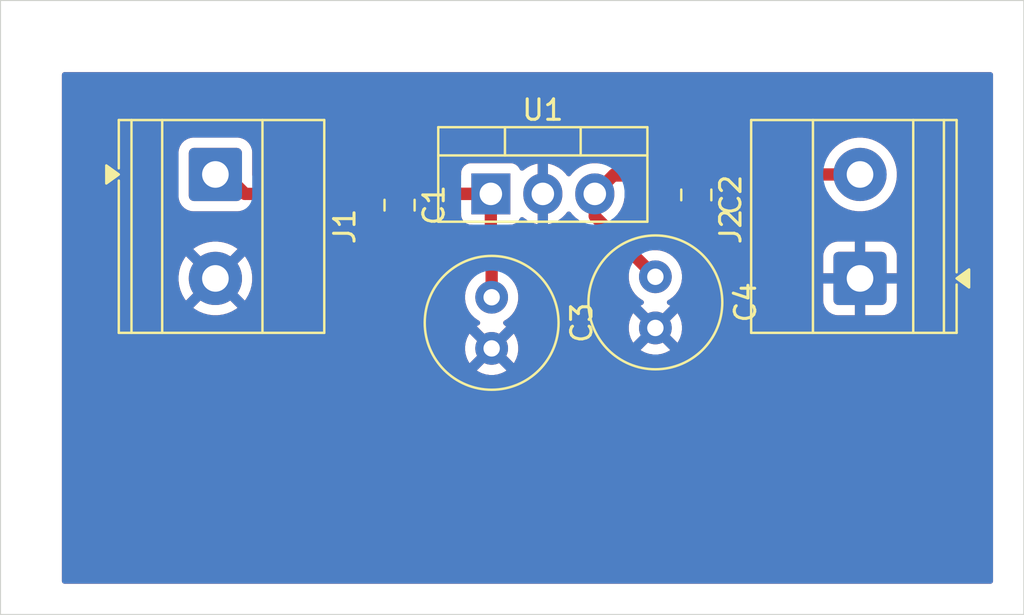
<source format=kicad_pcb>
(kicad_pcb (version 20241229) (generator "pcbnew") (generator_version "9.0")
  (layers (0 "F.Cu" signal) (2 "B.Cu" signal) (13 "F.Paste" user) (15 "B.Paste" user) (5 "F.SilkS" user "F.Silkscreen") (7 "B.SilkS" user "B.Silkscreen") (1 "F.Mask" user) (3 "B.Mask" user) (25 "Edge.Cuts" user))
  (net 0 "")
  (net 1 "GND")
  (net 2 "Net-(J1-Pin_1)")
  (net 3 "Net-(J2-Pin_2)")
  (footprint "Package_TO_SOT_THT:TO-220-3_Vertical" (layer "F.Cu") (at 98.96 44.45)
    (property "Reference" "U1" (at 2.54 -4.1 0) (layer "F.SilkS"))
    (property "Value" "LM7805_TO220")
    (fp_line (start -2.57 -3.26) (end 7.65 -3.26) (stroke (width 0.12)) (layer "F.SilkS"))
    (fp_line (start -2.57 -1.88) (end 7.65 -1.88) (stroke (width 0.12)) (layer "F.SilkS"))
    (fp_line (start -2.57 1.36) (end -2.57 -3.26) (stroke (width 0.12)) (layer "F.SilkS"))
    (fp_line (start 0.69 -3.26) (end 0.69 -1.88) (stroke (width 0.12)) (layer "F.SilkS"))
    (fp_line (start 4.39 -3.26) (end 4.39 -1.88) (stroke (width 0.12)) (layer "F.SilkS"))
    (fp_line (start 7.65 -3.26) (end 7.65 1.36) (stroke (width 0.12)) (layer "F.SilkS"))
    (fp_line (start 7.65 1.36) (end -2.57 1.36) (stroke (width 0.12)) (layer "F.SilkS"))
    (pad "1" thru_hole rect (at 0 0) (size 1.905 2) (drill 1.1) (layers "*.Cu" "*.Mask") (net 2 "Net-(J1-Pin_1)"))
    (pad "2" thru_hole oval (at 2.54 0) (size 1.905 2) (drill 1.1) (layers "*.Cu" "*.Mask") (net 1 "GND"))
    (pad "3" thru_hole oval (at 5.08 0) (size 1.905 2) (drill 1.1) (layers "*.Cu" "*.Mask") (net 3 "Net-(J2-Pin_2)"))
  )
  (footprint "Capacitor_SMD:C_0805_2012Metric" (layer "F.Cu") (at 109 44.5 -90)
    (property "Reference" "C2" (at 0 -1.68 90) (layer "F.SilkS"))
    (property "Value" ".1uF")
    (fp_line (start -0.261252 0.735) (end 0.261252 0.735) (stroke (width 0.12)) (layer "F.SilkS"))
    (fp_line (start -0.261252 -0.735) (end 0.261252 -0.735) (stroke (width 0.12)) (layer "F.SilkS"))
    (pad "1" smd roundrect (at -0.95 0 270) (size 1 1.45) (layers "F.Cu" "F.Mask" "F.Paste") (net 3 "Net-(J2-Pin_2)"))
    (pad "2" smd roundrect (at 0.95 0 270) (size 1 1.45) (layers "F.Cu" "F.Mask" "F.Paste") (net 1 "GND"))
  )
  (footprint "Capacitor_THT:C_Radial_D6.3mm_H5.0mm_P2.50mm" (layer "F.Cu") (at 99 49.5 -90)
    (property "Reference" "C3" (at 1.25 -4.4 90) (layer "F.SilkS"))
    (property "Value" "47uF")
    (fp_circle (center 1.25 0) (end 4.52 0) (stroke (width 0.12)) (fill no) (layer "F.SilkS"))
    (pad "1" thru_hole circle (at 0 0 270) (size 1.6 1.6) (drill 0.8) (layers "*.Cu" "*.Mask") (net 2 "Net-(J1-Pin_1)"))
    (pad "2" thru_hole circle (at 2.5 0 270) (size 1.6 1.6) (drill 0.8) (layers "*.Cu" "*.Mask") (net 1 "GND"))
  )
  (footprint "TerminalBlock_Phoenix:TerminalBlock_Phoenix_MKDS-1,5-2-5.08_1x02_P5.08mm_Horizontal" (layer "F.Cu") (at 117 48.58 90)
    (property "Reference" "J2" (at 2.54 -6.32 90) (layer "F.SilkS"))
    (property "Value" "Conn_01x02_Pin")
    (fp_line (start 7.74 -5.32) (end 7.74 4.72) (stroke (width 0.12)) (layer "F.SilkS"))
    (fp_line (start -2.66 -5.32) (end 7.74 -5.32) (stroke (width 0.12)) (layer "F.SilkS"))
    (fp_line (start -2.66 -2.3) (end 7.74 -2.3) (stroke (width 0.12)) (layer "F.SilkS"))
    (fp_line (start -2.66 2.6) (end 7.74 2.6) (stroke (width 0.12)) (layer "F.SilkS"))
    (fp_line (start -2.66 4.1) (end 7.74 4.1) (stroke (width 0.12)) (layer "F.SilkS"))
    (fp_line (start 7.74 4.72) (end 0.3 4.72) (stroke (width 0.12)) (layer "F.SilkS"))
    (fp_line (start -0.3 4.72) (end -2.66 4.72) (stroke (width 0.12)) (layer "F.SilkS"))
    (fp_line (start -2.66 4.72) (end -2.66 -5.32) (stroke (width 0.12)) (layer "F.SilkS"))
    (fp_poly (pts (xy 0 4.72) (xy 0.44 5.33) (xy -0.44 5.33)) (stroke (width 0.12)) (fill yes) (layer "F.SilkS"))
    (pad "1" thru_hole roundrect (at 0 0 90) (size 2.6 2.6) (drill 1.3) (layers "*.Cu" "*.Mask") (roundrect_rratio 0.096154) (net 1 "GND"))
    (pad "2" thru_hole circle (at 5.08 0 90) (size 2.6 2.6) (drill 1.3) (layers "*.Cu" "*.Mask") (net 3 "Net-(J2-Pin_2)"))
  )
  (footprint "Capacitor_SMD:C_0805_2012Metric" (layer "F.Cu") (at 94.5 45 -90)
    (property "Reference" "C1" (at 0 -1.68 270) (layer "F.SilkS"))
    (property "Value" ".1uF")
    (fp_line (start -0.261252 0.735) (end 0.261252 0.735) (stroke (width 0.12)) (layer "F.SilkS"))
    (fp_line (start -0.261252 -0.735) (end 0.261252 -0.735) (stroke (width 0.12)) (layer "F.SilkS"))
    (pad "1" smd roundrect (at -0.95 0 270) (size 1 1.45) (layers "F.Cu" "F.Mask" "F.Paste") (net 2 "Net-(J1-Pin_1)"))
    (pad "2" smd roundrect (at 0.95 0 270) (size 1 1.45) (layers "F.Cu" "F.Mask" "F.Paste") (net 1 "GND"))
  )
  (footprint "Capacitor_THT:C_Radial_D6.3mm_H5.0mm_P2.50mm" (layer "F.Cu") (at 107 48.5 -90)
    (property "Reference" "C4" (at 1.25 -4.4 270) (layer "F.SilkS"))
    (property "Value" "47uF")
    (fp_circle (center 1.25 0) (end 4.52 0) (stroke (width 0.12)) (fill no) (layer "F.SilkS"))
    (pad "1" thru_hole circle (at 0 0 270) (size 1.6 1.6) (drill 0.8) (layers "*.Cu" "*.Mask") (net 3 "Net-(J2-Pin_2)"))
    (pad "2" thru_hole circle (at 2.5 0 270) (size 1.6 1.6) (drill 0.8) (layers "*.Cu" "*.Mask") (net 1 "GND"))
  )
  (footprint "TerminalBlock_Phoenix:TerminalBlock_Phoenix_MKDS-1,5-2-5.08_1x02_P5.08mm_Horizontal" (layer "F.Cu") (at 85.5 43.5 -90)
    (property "Reference" "J1" (at 2.54 -6.32 90) (layer "F.SilkS"))
    (property "Value" "Conn_01x02_Pin")
    (fp_line (start -2.66 4.72) (end -2.66 -5.32) (stroke (width 0.12)) (layer "F.SilkS"))
    (fp_line (start -0.3 4.72) (end -2.66 4.72) (stroke (width 0.12)) (layer "F.SilkS"))
    (fp_line (start 7.74 4.72) (end 0.3 4.72) (stroke (width 0.12)) (layer "F.SilkS"))
    (fp_line (start -2.66 4.1) (end 7.74 4.1) (stroke (width 0.12)) (layer "F.SilkS"))
    (fp_line (start -2.66 2.6) (end 7.74 2.6) (stroke (width 0.12)) (layer "F.SilkS"))
    (fp_line (start -2.66 -2.3) (end 7.74 -2.3) (stroke (width 0.12)) (layer "F.SilkS"))
    (fp_line (start -2.66 -5.32) (end 7.74 -5.32) (stroke (width 0.12)) (layer "F.SilkS"))
    (fp_line (start 7.74 -5.32) (end 7.74 4.72) (stroke (width 0.12)) (layer "F.SilkS"))
    (fp_poly (pts (xy 0 4.72) (xy 0.44 5.33) (xy -0.44 5.33)) (stroke (width 0.12)) (fill yes) (layer "F.SilkS"))
    (pad "1" thru_hole roundrect (at 0 0 270) (size 2.6 2.6) (drill 1.3) (layers "*.Cu" "*.Mask") (roundrect_rratio 0.096154) (net 2 "Net-(J1-Pin_1)"))
    (pad "2" thru_hole circle (at 5.08 0 270) (size 2.6 2.6) (drill 1.3) (layers "*.Cu" "*.Mask") (net 1 "GND"))
  )
  (gr_line (start 75 65) (end 75 35) (stroke (width 0.05)) (layer "Edge.Cuts"))
  (gr_line (start 125 35) (end 125 65) (stroke (width 0.05)) (layer "Edge.Cuts"))
  (gr_line (start 75 35) (end 125 35) (stroke (width 0.05)) (layer "Edge.Cuts"))
  (gr_line (start 125 65) (end 75 65) (stroke (width 0.05)) (layer "Edge.Cuts"))
  (segment (start 86.95 44.45) (end 98.96 44.45) (width 0.6) (layer "F.Cu") (net 2))
  (segment (start 99 46.694002) (end 99 49.5) (width 0.6) (layer "F.Cu") (net 2))
  (segment (start 94.9 44.45) (end 94.5 44.05) (width 0.6) (layer "F.Cu") (net 2))
  (segment (start 86 43.5) (end 86.95 44.45) (width 0.6) (layer "F.Cu") (net 2))
  (segment (start 98.96 44.45) (end 98.96 46.654002) (width 0.6) (layer "F.Cu") (net 2))
  (segment (start 98.96 46.654002) (end 99 46.694002) (width 0.6) (layer "F.Cu") (net 2))
  (segment (start 98.96 44.45) (end 94.9 44.45) (width 0.6) (layer "F.Cu") (net 2))
  (segment (start 85.5 43.5) (end 86 43.5) (width 0.6) (layer "F.Cu") (net 2))
  (segment (start 117 43.5) (end 104.99 43.5) (width 0.6) (layer "F.Cu") (net 3))
  (segment (start 104.04 44.45) (end 104.94 43.55) (width 0.6) (layer "F.Cu") (net 3))
  (segment (start 104.04 45.54) (end 107 48.5) (width 0.6) (layer "F.Cu") (net 3))
  (segment (start 104.04 44.45) (end 104.04 45.54) (width 0.6) (layer "F.Cu") (net 3))
  (segment (start 104.99 43.5) (end 104.04 44.45) (width 0.6) (layer "F.Cu") (net 3))
  (segment (start 104.94 43.55) (end 109.5 43.55) (width 0.6) (layer "F.Cu") (net 3))
  (zone (net 1) (net_name "GND") (layers "F.Cu" "B.Cu") (connect_pads (clearance 0.5)) (min_thickness 0.25) (fill yes (thermal_gap 0.5) (thermal_bridge_width 0.5))
    (polygon (pts (xy 78 38.5) (xy 123.5 38.5) (xy 123.5 63.5) (xy 78 63.5)))
  )
)
</source>
